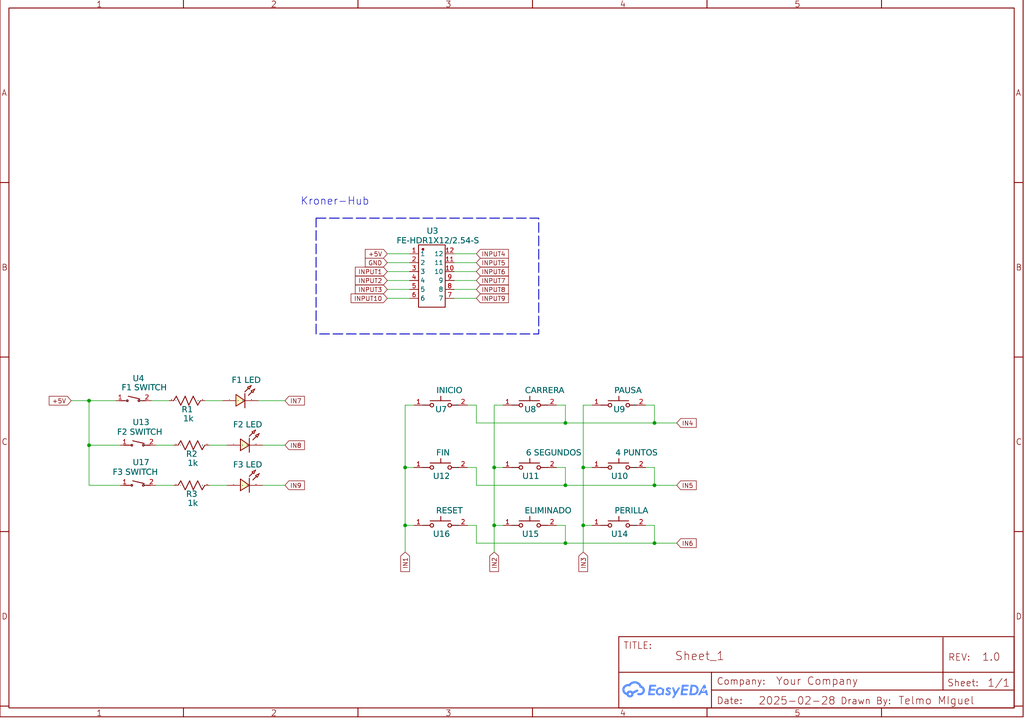
<source format=kicad_sch>
(kicad_sch (version 20250114) (generator "eeschema") (generator_version "9.0")
  (paper "User" 292.1 205.105)
  (lib_symbols
    (symbol "BUTTON2"
      (property "Reference" "U7" (at -1.4986 -0.3683 0))
      (property "Value" "INICIO" (at -1.4986 5.1181 0))
      (symbol "BUTTON2_0_0"
        (pin unspecified line (at -7.62 0 0) (length 2.54) (name "1") (number "1"))
        (pin unspecified line (at 7.62 0 180) (length 2.54) (name "2") (number "2"))
      )
    )
    (symbol "BUTTON2_1"
      (property "Reference" "U8" (at -1.4986 -0.3683 0))
      (property "Value" "CARRERA" (at -1.4986 5.1181 0))
      (symbol "BUTTON2_1_0_0"
        (pin unspecified line (at -7.62 0 0) (length 2.54) (name "1") (number "1"))
        (pin unspecified line (at 7.62 0 180) (length 2.54) (name "2") (number "2"))
      )
    )
    (symbol "BUTTON2_2"
      (property "Reference" "U9" (at -1.4986 -0.3683 0))
      (property "Value" "PAUSA" (at -1.4986 5.1181 0))
      (symbol "BUTTON2_2_0_0"
        (pin unspecified line (at -7.62 0 0) (length 2.54) (name "1") (number "1"))
        (pin unspecified line (at 7.62 0 180) (length 2.54) (name "2") (number "2"))
      )
    )
    (symbol "BUTTON2_3"
      (property "Reference" "U10" (at -2.159 -1.6383 0))
      (property "Value" "4 PUNTOS" (at -1.4986 5.1181 0))
      (symbol "BUTTON2_3_0_0"
        (pin unspecified line (at -7.62 0 0) (length 2.54) (name "1") (number "1"))
        (pin unspecified line (at 7.62 0 180) (length 2.54) (name "2") (number "2"))
      )
    )
    (symbol "BUTTON2_4"
      (property "Reference" "U11" (at -2.0828 -1.6383 0))
      (property "Value" "6 SEGUNDOS" (at -1.4986 5.1181 0))
      (symbol "BUTTON2_4_0_0"
        (pin unspecified line (at -7.62 0 0) (length 2.54) (name "1") (number "1"))
        (pin unspecified line (at 7.62 0 180) (length 2.54) (name "2") (number "2"))
      )
    )
    (symbol "BUTTON2_5"
      (property "Reference" "U12" (at -2.159 -1.6383 0))
      (property "Value" "FIN" (at -1.4986 5.1181 0))
      (symbol "BUTTON2_5_0_0"
        (pin unspecified line (at -7.62 0 0) (length 2.54) (name "1") (number "1"))
        (pin unspecified line (at 7.62 0 180) (length 2.54) (name "2") (number "2"))
      )
    )
    (symbol "BUTTON2_6"
      (property "Reference" "U15" (at -2.159 -1.6383 0))
      (property "Value" "ELIMINADO" (at -1.4986 5.1181 0))
      (symbol "BUTTON2_6_0_0"
        (pin unspecified line (at -7.62 0 0) (length 2.54) (name "1") (number "1"))
        (pin unspecified line (at 7.62 0 180) (length 2.54) (name "2") (number "2"))
      )
    )
    (symbol "BUTTON2_7"
      (property "Reference" "U16" (at -2.159 -1.6383 0))
      (property "Value" "RESET" (at -1.4986 5.1181 0))
      (symbol "BUTTON2_7_0_0"
        (pin unspecified line (at -7.62 0 0) (length 2.54) (name "1") (number "1"))
        (pin unspecified line (at 7.62 0 180) (length 2.54) (name "2") (number "2"))
      )
    )
    (symbol "BUTTON2_8"
      (property "Reference" "U14" (at -2.159 -1.6383 0))
      (property "Value" "PERILLA" (at -1.4986 5.1181 0))
      (symbol "BUTTON2_8_0_0"
        (pin unspecified line (at -7.62 0 0) (length 2.54) (name "1") (number "1"))
        (pin unspecified line (at 7.62 0 180) (length 2.54) (name "2") (number "2"))
      )
    )
    (symbol "BUTTON_C9900040040"
      (property "Reference" "U4" (at -0.2286 7.2009 0))
      (property "Value" "F1 SWITCH" (at -3.8354 4.6609 0))
      (symbol "BUTTON_C9900040040_0_0"
        (pin unspecified line (at -5.08 0 0) (length 2.54) (name "A") (number "1"))
        (pin unspecified line (at 5.08 0 180) (length 2.54) (name "B") (number "2"))
      )
    )
    (symbol "BUTTON_C9900040040_1"
      (property "Reference" "U13" (at -1.4986 7.3787 0))
      (property "Value" "F2 SWITCH" (at -6.3754 4.6609 0))
      (symbol "BUTTON_C9900040040_1_0_0"
        (pin unspecified line (at -5.08 0 0) (length 2.54) (name "A") (number "1"))
        (pin unspecified line (at 5.08 0 180) (length 2.54) (name "B") (number "2"))
      )
    )
    (symbol "BUTTON_C9900040040_2"
      (property "Reference" "U17" (at -1.4986 7.3787 0))
      (property "Value" "F3 SWITCH" (at -7.6454 4.6609 0))
      (symbol "BUTTON_C9900040040_2_0_0"
        (pin unspecified line (at -5.08 0 0) (length 2.54) (name "A") (number "1"))
        (pin unspecified line (at 5.08 0 180) (length 2.54) (name "B") (number "2"))
      )
    )
    (symbol "FE-HDR1X12/2.54-S"
      (property "Reference" "U3" (at -1.4478 13.7033 0))
      (property "Value" "FE-HDR1X12/2.54-S" (at -12.319 11.0109 0))
      (symbol "FE-HDR1X12/2.54-S_0_0"
        (pin unspecified line (at -6.35 6.35 0) (length 2.54) (name "1") (number "1"))
        (pin unspecified line (at -6.35 3.81 0) (length 2.54) (name "2") (number "2"))
        (pin unspecified line (at -6.35 1.27 0) (length 2.54) (name "3") (number "3"))
        (pin unspecified line (at -6.35 -1.27 0) (length 2.54) (name "4") (number "4"))
        (pin unspecified line (at -6.35 -3.81 0) (length 2.54) (name "5") (number "5"))
        (pin unspecified line (at -6.35 -6.35 0) (length 2.54) (name "6") (number "6"))
        (pin unspecified line (at 6.35 6.35 180) (length 2.54) (name "12") (number "12"))
        (pin unspecified line (at 6.35 3.81 180) (length 2.54) (name "11") (number "11"))
        (pin unspecified line (at 6.35 1.27 180) (length 2.54) (name "10") (number "10"))
        (pin unspecified line (at 6.35 -1.27 180) (length 2.54) (name "9") (number "9"))
        (pin unspecified line (at 6.35 -3.81 180) (length 2.54) (name "8") (number "8"))
        (pin unspecified line (at 6.35 -6.35 180) (length 2.54) (name "7") (number "7"))
      )
    )
    (symbol "LED-0603_R"
      (property "Value" "F1 LED" (at -2.9464 6.7691 0))
      (symbol "LED-0603_R_0_0"
        (pin unspecified line (at -5.08 0 0) (length 3.81) (name "1") (number "1"))
        (pin unspecified line (at 5.08 0 180) (length 3.81) (name "2") (number "2"))
      )
    )
    (symbol "LED-0603_R_1"
      (property "Value" "F2 LED" (at -3.81 6.7691 0))
      (symbol "LED-0603_R_1_0_0"
        (pin unspecified line (at -5.08 0 0) (length 3.81) (name "1") (number "1"))
        (pin unspecified line (at 5.08 0 180) (length 3.81) (name "2") (number "2"))
      )
    )
    (symbol "LED-0603_R_2"
      (property "Value" "F3 LED" (at -3.81 6.7691 0))
      (symbol "LED-0603_R_2_0_0"
        (pin unspecified line (at -5.08 0 0) (length 3.81) (name "1") (number "1"))
        (pin unspecified line (at 5.08 0 180) (length 3.81) (name "2") (number "2"))
      )
    )
    (symbol "R_0603_US"
      (property "Reference" "R1" (at -1.4986 -1.6637 0))
      (property "Value" "1k" (at -1.2446 -4.2037 0))
      (symbol "R_0603_US_0_0"
        (pin unspecified line (at -5.08 0 0) (length 1.27) (name "1") (number "1"))
        (pin unspecified line (at 5.08 0 180) (length 1.27) (name "2") (number "2"))
      )
    )
    (symbol "R_0603_US_1"
      (property "Reference" "R2" (at -1.4986 -1.6637 0))
      (property "Value" "1k" (at -1.2446 -4.2037 0))
      (symbol "R_0603_US_1_0_0"
        (pin unspecified line (at -5.08 0 0) (length 1.27) (name "1") (number "1"))
        (pin unspecified line (at 5.08 0 180) (length 1.27) (name "2") (number "2"))
      )
    )
    (symbol "R_0603_US_2"
      (property "Reference" "R3" (at -1.4986 -1.6637 0))
      (property "Value" "1k" (at -1.2446 -4.2037 0))
      (symbol "R_0603_US_2_0_0"
        (pin unspecified line (at -5.08 0 0) (length 1.27) (name "1") (number "1"))
        (pin unspecified line (at 5.08 0 180) (length 1.27) (name "2") (number "2"))
      )
    )
    (symbol "Unknown_0_-806"
      (symbol "Unknown_0_-806_0_0"
        (text "A" (at 0.381 -25.7429 0) (effects (font (size 1.6891 1.6891)) (justify left top)))
        (text "B" (at 0.381 -75.5269 0) (effects (font (size 1.6891 1.6891)) (justify left top)))
        (text "C" (at 0.381 -125.3109 0) (effects (font (size 1.6891 1.6891)) (justify left top)))
        (text "D" (at 0.381 -175.0949 0) (effects (font (size 1.6891 1.6891)) (justify left top)))
        (text "1" (at 27.432 -0.4699 0) (effects (font (size 1.6891 1.6891)) (justify left top)))
        (text "1" (at 27.432 -202.6539 0) (effects (font (size 1.6891 1.6891)) (justify left top)))
        (text "2" (at 77.216 -0.4699 0) (effects (font (size 1.6891 1.6891)) (justify left top)))
        (text "2" (at 77.216 -202.6539 0) (effects (font (size 1.6891 1.6891)) (justify left top)))
        (text "3" (at 127 -0.4699 0) (effects (font (size 1.6891 1.6891)) (justify left top)))
        (text "3" (at 127 -202.6539 0) (effects (font (size 1.6891 1.6891)) (justify left top)))
        (text "4" (at 176.784 -0.4699 0) (effects (font (size 1.6891 1.6891)) (justify left top)))
        (text "4" (at 176.784 -202.6539 0) (effects (font (size 1.6891 1.6891)) (justify left top)))
        (text "TITLE:" (at 177.7746 -183.2356 0) (effects (font (size 1.9304 1.9304)) (justify left top)))
        (text "Sheet_1" (at 192.4304 -185.928 0) (effects (font (size 2.413 2.413)) (justify left top)))
        (text "Company:" (at 204.3684 -193.4464 0) (effects (font (size 1.9304 1.9304)) (justify left top)))
        (text "Date:" (at 204.3684 -198.9836 0) (effects (font (size 1.9304 1.9304)) (justify left top)))
        (text "2025-02-28" (at 216.3064 -198.8439 0) (effects (font (size 2.1717 2.1717)) (justify left top)))
        (text "Your Company" (at 221.2848 -193.2305 0) (effects (font (size 2.1717 2.1717)) (justify left top)))
        (text "5" (at 226.568 -0.4699 0) (effects (font (size 1.6891 1.6891)) (justify left top)))
        (text "5" (at 226.568 -202.6539 0) (effects (font (size 1.6891 1.6891)) (justify left top)))
        (text "Drawn By:" (at 239.6744 -199.0344 0) (effects (font (size 1.9304 1.9304)) (justify left top)))
        (text "Telmo MIguel" (at 256.1844 -198.7931 0) (effects (font (size 2.1717 2.1717)) (justify left top)))
        (text "Sheet:" (at 270.1544 -193.9036 0) (effects (font (size 1.9304 1.9304)) (justify left top)))
        (text "REV:" (at 270.4084 -186.5884 0) (effects (font (size 1.9304 1.9304)) (justify left top)))
        (text "1.0" (at 280.0604 -186.3471 0) (effects (font (size 2.1717 2.1717)) (justify left top)))
        (text "1/1" (at 281.5844 -193.7639 0) (effects (font (size 2.1717 2.1717)) (justify left top)))
        (text "A" (at 289.687 -25.7429 0) (effects (font (size 1.6891 1.6891)) (justify left top)))
        (text "B" (at 289.687 -75.5269 0) (effects (font (size 1.6891 1.6891)) (justify left top)))
        (text "C" (at 289.687 -125.3109 0) (effects (font (size 1.6891 1.6891)) (justify left top)))
        (text "D" (at 289.687 -175.0949 0) (effects (font (size 1.6891 1.6891)) (justify left top)))
      )
    )
  )
  (rectangle (start 90.17 62.23) (end 153.67 95.25) (stroke (width 0.254) (type dash)))
  (text "Kroner-Hub" (at 105.41 56.2483 0) (effects (font (size 2.1717 2.1717)) (justify right top)))
  (junction (at 166.37 149.86))
  (junction (at 186.69 120.65))
  (junction (at 186.69 138.43))
  (junction (at 161.29 154.94))
  (junction (at 140.97 149.86))
  (junction (at 161.29 138.43))
  (junction (at 115.57 149.86))
  (junction (at 161.29 120.65))
  (junction (at 25.4 114.3))
  (junction (at 166.37 133.35))
  (junction (at 25.4 127))
  (junction (at 186.69 154.94))
  (junction (at 115.57 133.35))
  (junction (at 140.97 133.35))
  (wire (pts (xy 186.69 138.43) (xy 161.29 138.43)))
  (wire (pts (xy 161.29 154.94) (xy 135.89 154.94)))
  (wire (pts (xy 116.84 85.09) (xy 110.49 85.09)))
  (wire (pts (xy 34.29 138.43) (xy 25.4 138.43)))
  (wire (pts (xy 135.89 138.43) (xy 135.89 133.35)))
  (wire (pts (xy 158.75 133.35) (xy 161.29 133.35)))
  (wire (pts (xy 184.15 149.86) (xy 186.69 149.86)))
  (wire (pts (xy 186.69 133.35) (xy 186.69 138.43)))
  (wire (pts (xy 158.75 115.57) (xy 161.29 115.57)))
  (wire (pts (xy 193.04 138.43) (xy 186.69 138.43)))
  (wire (pts (xy 168.91 149.86) (xy 166.37 149.86)))
  (wire (pts (xy 161.29 115.57) (xy 161.29 120.65)))
  (wire (pts (xy 161.29 149.86) (xy 161.29 154.94)))
  (wire (pts (xy 135.89 154.94) (xy 135.89 149.86)))
  (wire (pts (xy 20.32 114.3) (xy 25.4 114.3)))
  (wire (pts (xy 116.84 80.01) (xy 110.49 80.01)))
  (wire (pts (xy 115.57 115.57) (xy 115.57 133.35)))
  (wire (pts (xy 118.11 133.35) (xy 115.57 133.35)))
  (wire (pts (xy 166.37 115.57) (xy 166.37 133.35)))
  (wire (pts (xy 135.89 115.57) (xy 133.35 115.57)))
  (wire (pts (xy 168.91 115.57) (xy 166.37 115.57)))
  (wire (pts (xy 129.54 77.47) (xy 135.89 77.47)))
  (wire (pts (xy 116.84 82.55) (xy 110.49 82.55)))
  (wire (pts (xy 116.84 72.39) (xy 110.49 72.39)))
  (wire (pts (xy 44.45 127) (xy 49.53 127)))
  (wire (pts (xy 118.11 115.57) (xy 115.57 115.57)))
  (wire (pts (xy 129.54 72.39) (xy 135.89 72.39)))
  (wire (pts (xy 129.54 82.55) (xy 135.89 82.55)))
  (wire (pts (xy 43.18 114.3) (xy 48.26 114.3)))
  (wire (pts (xy 64.77 138.43) (xy 59.69 138.43)))
  (wire (pts (xy 161.29 133.35) (xy 161.29 138.43)))
  (wire (pts (xy 140.97 149.86) (xy 140.97 157.48)))
  (wire (pts (xy 135.89 149.86) (xy 133.35 149.86)))
  (wire (pts (xy 143.51 149.86) (xy 140.97 149.86)))
  (wire (pts (xy 116.84 74.93) (xy 110.49 74.93)))
  (wire (pts (xy 74.93 127) (xy 81.28 127)))
  (wire (pts (xy 140.97 115.57) (xy 140.97 133.35)))
  (wire (pts (xy 115.57 149.86) (xy 115.57 157.48)))
  (wire (pts (xy 34.29 127) (xy 25.4 127)))
  (wire (pts (xy 25.4 138.43) (xy 25.4 127)))
  (wire (pts (xy 44.45 138.43) (xy 49.53 138.43)))
  (wire (pts (xy 143.51 115.57) (xy 140.97 115.57)))
  (wire (pts (xy 186.69 149.86) (xy 186.69 154.94)))
  (wire (pts (xy 184.15 115.57) (xy 186.69 115.57)))
  (wire (pts (xy 158.75 149.86) (xy 161.29 149.86)))
  (wire (pts (xy 129.54 74.93) (xy 135.89 74.93)))
  (wire (pts (xy 64.77 127) (xy 59.69 127)))
  (wire (pts (xy 143.51 133.35) (xy 140.97 133.35)))
  (wire (pts (xy 73.66 114.3) (xy 81.28 114.3)))
  (wire (pts (xy 118.11 149.86) (xy 115.57 149.86)))
  (wire (pts (xy 161.29 138.43) (xy 135.89 138.43)))
  (wire (pts (xy 74.93 138.43) (xy 81.28 138.43)))
  (wire (pts (xy 161.29 120.65) (xy 135.89 120.65)))
  (wire (pts (xy 140.97 133.35) (xy 140.97 149.86)))
  (wire (pts (xy 129.54 85.09) (xy 135.89 85.09)))
  (wire (pts (xy 186.69 120.65) (xy 161.29 120.65)))
  (wire (pts (xy 186.69 154.94) (xy 161.29 154.94)))
  (wire (pts (xy 166.37 133.35) (xy 166.37 149.86)))
  (wire (pts (xy 193.04 154.94) (xy 186.69 154.94)))
  (wire (pts (xy 116.84 77.47) (xy 110.49 77.47)))
  (wire (pts (xy 184.15 133.35) (xy 186.69 133.35)))
  (wire (pts (xy 166.37 149.86) (xy 166.37 157.48)))
  (wire (pts (xy 186.69 115.57) (xy 186.69 120.65)))
  (wire (pts (xy 25.4 127) (xy 25.4 114.3)))
  (wire (pts (xy 115.57 133.35) (xy 115.57 149.86)))
  (wire (pts (xy 129.54 80.01) (xy 135.89 80.01)))
  (wire (pts (xy 25.4 114.3) (xy 33.02 114.3)))
  (wire (pts (xy 135.89 133.35) (xy 133.35 133.35)))
  (wire (pts (xy 63.5 114.3) (xy 58.42 114.3)))
  (wire (pts (xy 193.04 120.65) (xy 186.69 120.65)))
  (wire (pts (xy 168.91 133.35) (xy 166.37 133.35)))
  (wire (pts (xy 135.89 120.65) (xy 135.89 115.57)))
  (global_label "GND" (shape input) (at 110.49 74.93 180) (property "Intersheetrefs" "${INTERSHEET_REFS}" (effects (hide yes))))
  (global_label "INPUT4" (shape input) (at 135.89 72.39 0) (property "Intersheetrefs" "${INTERSHEET_REFS}" (effects (hide yes))))
  (global_label "INPUT8" (shape input) (at 135.89 82.55 0) (property "Intersheetrefs" "${INTERSHEET_REFS}" (effects (hide yes))))
  (global_label "INPUT10" (shape input) (at 110.49 85.09 180) (property "Intersheetrefs" "${INTERSHEET_REFS}" (effects (hide yes))))
  (global_label "INPUT1" (shape input) (at 110.49 77.47 180) (property "Intersheetrefs" "${INTERSHEET_REFS}" (effects (hide yes))))
  (global_label "INPUT5" (shape input) (at 135.89 74.93 0) (property "Intersheetrefs" "${INTERSHEET_REFS}" (effects (hide yes))))
  (global_label "INPUT7" (shape input) (at 135.89 80.01 0) (property "Intersheetrefs" "${INTERSHEET_REFS}" (effects (hide yes))))
  (global_label "INPUT2" (shape input) (at 110.49 80.01 180) (property "Intersheetrefs" "${INTERSHEET_REFS}" (effects (hide yes))))
  (global_label "IN8" (shape input) (at 81.28 127 0) (property "Intersheetrefs" "${INTERSHEET_REFS}" (effects (hide yes))))
  (global_label "+5V" (shape input) (at 110.49 72.39 180) (property "Intersheetrefs" "${INTERSHEET_REFS}" (effects (hide yes))))
  (global_label "IN4" (shape input) (at 193.04 120.65 0) (property "Intersheetrefs" "${INTERSHEET_REFS}" (effects (hide yes))))
  (global_label "IN5" (shape input) (at 193.04 138.43 0) (property "Intersheetrefs" "${INTERSHEET_REFS}" (effects (hide yes))))
  (global_label "IN1" (shape input) (at 115.57 157.48 270) (property "Intersheetrefs" "${INTERSHEET_REFS}" (effects (hide yes))))
  (global_label "IN3" (shape input) (at 166.37 157.48 270) (property "Intersheetrefs" "${INTERSHEET_REFS}" (effects (hide yes))))
  (global_label "+5V" (shape input) (at 20.32 114.3 180) (property "Intersheetrefs" "${INTERSHEET_REFS}" (effects (hide yes))))
  (global_label "IN9" (shape input) (at 81.28 138.43 0) (property "Intersheetrefs" "${INTERSHEET_REFS}" (effects (hide yes))))
  (global_label "INPUT6" (shape input) (at 135.89 77.47 0) (property "Intersheetrefs" "${INTERSHEET_REFS}" (effects (hide yes))))
  (global_label "IN7" (shape input) (at 81.28 114.3 0) (property "Intersheetrefs" "${INTERSHEET_REFS}" (effects (hide yes))))
  (global_label "INPUT9" (shape input) (at 135.89 85.09 0) (property "Intersheetrefs" "${INTERSHEET_REFS}" (effects (hide yes))))
  (global_label "IN2" (shape input) (at 140.97 157.48 270) (property "Intersheetrefs" "${INTERSHEET_REFS}" (effects (hide yes))))
  (global_label "INPUT3" (shape input) (at 110.49 82.55 180) (property "Intersheetrefs" "${INTERSHEET_REFS}" (effects (hide yes))))
  (global_label "IN6" (shape input) (at 193.04 154.94 0) (property "Intersheetrefs" "${INTERSHEET_REFS}" (effects (hide yes))))
  (symbol (lib_id "LED-0603_R_2") (at 69.85 138.43 0) (unit 0)
    (property "Reference" "LED3" (effects (hide yes)))
    (property "Value" "F3 LED" (at 66.04 131.6609 0) (effects (font (size 1.6891 1.6891)) (justify left top)))
    (property "Manufacturer Part" "19-217/R6C-AL1M2VY/3T" (effects (hide yes)))
    (property "Manufacturer" "EVERLIGHT(台湾亿光)" (effects (hide yes)))
    (property "Supplier Part" "C72044" (effects (hide yes)))
    (property "Supplier" "LCSC" (effects (hide yes)))
  )
  (symbol (lib_id "BUTTON2") (at 125.73 115.57 0) (unit 0)
    (property "Reference" "U7" (at 124.2314 115.9383 0) (effects (font (size 1.6891 1.6891)) (justify left top)))
    (property "Value" "INICIO" (at 124.2314 110.4519 0) (effects (font (size 1.6891 1.6891)) (justify left top)))
    (property "Manufacturer Part" "BUTTON2" (effects (hide yes)))
    (property "Manufacturer" "null" (effects (hide yes)))
    (property "Supplier Part" "C9900005988" (effects (hide yes)))
    (property "Supplier" "LCSC" (effects (hide yes)))
  )
  (symbol (lib_id "R_0603_US_1") (at 54.61 127 0) (unit 0)
    (property "Reference" "R2" (at 53.1114 128.6637 0) (effects (font (size 1.6891 1.6891)) (justify left top)))
    (property "Value" "1k" (at 53.3654 131.2037 0) (effects (font (size 1.6891 1.6891)) (justify left top)))
  )
  (symbol (lib_id "BUTTON2_8") (at 176.53 149.86 0) (unit 0)
    (property "Reference" "U14" (at 174.371 151.4983 0) (effects (font (size 1.6891 1.6891)) (justify left top)))
    (property "Value" "PERILLA" (at 175.0314 144.7419 0) (effects (font (size 1.6891 1.6891)) (justify left top)))
    (property "Manufacturer Part" "BUTTON2" (effects (hide yes)))
    (property "Manufacturer" "null" (effects (hide yes)))
    (property "Supplier Part" "C9900005988" (effects (hide yes)))
    (property "Supplier" "LCSC" (effects (hide yes)))
  )
  (symbol (lib_id "BUTTON2_3") (at 176.53 133.35 0) (unit 0)
    (property "Reference" "U10" (at 174.371 134.9883 0) (effects (font (size 1.6891 1.6891)) (justify left top)))
    (property "Value" "4 PUNTOS" (at 175.0314 128.2319 0) (effects (font (size 1.6891 1.6891)) (justify left top)))
    (property "Manufacturer Part" "BUTTON2" (effects (hide yes)))
    (property "Manufacturer" "null" (effects (hide yes)))
    (property "Supplier Part" "C9900005988" (effects (hide yes)))
    (property "Supplier" "LCSC" (effects (hide yes)))
  )
  (symbol (lib_id "LED-0603_R") (at 68.58 114.3 0) (unit 0)
    (property "Reference" "LED1" (effects (hide yes)))
    (property "Value" "F1 LED" (at 65.6336 107.5309 0) (effects (font (size 1.6891 1.6891)) (justify left top)))
    (property "Manufacturer Part" "19-217/R6C-AL1M2VY/3T" (effects (hide yes)))
    (property "Manufacturer" "EVERLIGHT(台湾亿光)" (effects (hide yes)))
    (property "Supplier Part" "C72044" (effects (hide yes)))
    (property "Supplier" "LCSC" (effects (hide yes)))
  )
  (symbol (lib_id "BUTTON2_5") (at 125.73 133.35 0) (unit 0)
    (property "Reference" "U12" (at 123.571 134.9883 0) (effects (font (size 1.6891 1.6891)) (justify left top)))
    (property "Value" "FIN" (at 124.2314 128.2319 0) (effects (font (size 1.6891 1.6891)) (justify left top)))
    (property "Manufacturer Part" "BUTTON2" (effects (hide yes)))
    (property "Manufacturer" "null" (effects (hide yes)))
    (property "Supplier Part" "C9900005988" (effects (hide yes)))
    (property "Supplier" "LCSC" (effects (hide yes)))
  )
  (symbol (lib_id "BUTTON_C9900040040") (at 38.1 114.3 0) (unit 0)
    (property "Reference" "U4" (at 37.8714 107.0991 0) (effects (font (size 1.6891 1.6891)) (justify left top)))
    (property "Value" "F1 SWITCH" (at 34.2646 109.6391 0) (effects (font (size 1.6891 1.6891)) (justify left top)))
    (property "Manufacturer Part" "BUTTON" (effects (hide yes)))
    (property "Manufacturer" "null" (effects (hide yes)))
    (property "Supplier Part" "C9900040040" (effects (hide yes)))
    (property "Supplier" "LCSC" (effects (hide yes)))
  )
  (symbol (lib_id "BUTTON2_1") (at 151.13 115.57 0) (unit 0)
    (property "Reference" "U8" (at 149.6314 115.9383 0) (effects (font (size 1.6891 1.6891)) (justify left top)))
    (property "Value" "CARRERA" (at 149.6314 110.4519 0) (effects (font (size 1.6891 1.6891)) (justify left top)))
    (property "Manufacturer Part" "BUTTON2" (effects (hide yes)))
    (property "Manufacturer" "null" (effects (hide yes)))
    (property "Supplier Part" "C9900005988" (effects (hide yes)))
    (property "Supplier" "LCSC" (effects (hide yes)))
  )
  (symbol (lib_id "R_0603_US_2") (at 54.61 138.43 0) (unit 0)
    (property "Reference" "R3" (at 53.1114 140.0937 0) (effects (font (size 1.6891 1.6891)) (justify left top)))
    (property "Value" "1k" (at 53.3654 142.6337 0) (effects (font (size 1.6891 1.6891)) (justify left top)))
  )
  (symbol (lib_id "BUTTON2_6") (at 151.13 149.86 0) (unit 0)
    (property "Reference" "U15" (at 148.971 151.4983 0) (effects (font (size 1.6891 1.6891)) (justify left top)))
    (property "Value" "ELIMINADO" (at 149.6314 144.7419 0) (effects (font (size 1.6891 1.6891)) (justify left top)))
    (property "Manufacturer Part" "BUTTON2" (effects (hide yes)))
    (property "Manufacturer" "null" (effects (hide yes)))
    (property "Supplier Part" "C9900005988" (effects (hide yes)))
    (property "Supplier" "LCSC" (effects (hide yes)))
  )
  (symbol (lib_id "R_0603_US") (at 53.34 114.3 0) (unit 0)
    (property "Reference" "R1" (at 51.8414 115.9637 0) (effects (font (size 1.6891 1.6891)) (justify left top)))
    (property "Value" "1k" (at 52.0954 118.5037 0) (effects (font (size 1.6891 1.6891)) (justify left top)))
  )
  (symbol (lib_id "FE-HDR1X12/2.54-S") (at 123.19 78.74 0) (unit 0)
    (property "Reference" "U3" (at 121.7422 65.0367 0) (effects (font (size 1.6891 1.6891)) (justify left top)))
    (property "Value" "FE-HDR1X12/2.54-S" (at 110.871 67.7291 0) (effects (font (size 1.6891 1.6891)) (justify left top)))
    (property "Manufacturer Part" "Fe-HDR1X12/2.54-S" (effects (hide yes)))
    (property "Manufacturer" "null" (effects (hide yes)))
    (property "Supplier Part" "C9900013702" (effects (hide yes)))
    (property "Supplier" "LCSC" (effects (hide yes)))
  )
  (symbol (lib_id "BUTTON2_2") (at 176.53 115.57 0) (unit 0)
    (property "Reference" "U9" (at 175.0314 115.9383 0) (effects (font (size 1.6891 1.6891)) (justify left top)))
    (property "Value" "PAUSA" (at 175.0314 110.4519 0) (effects (font (size 1.6891 1.6891)) (justify left top)))
    (property "Manufacturer Part" "BUTTON2" (effects (hide yes)))
    (property "Manufacturer" "null" (effects (hide yes)))
    (property "Supplier Part" "C9900005988" (effects (hide yes)))
    (property "Supplier" "LCSC" (effects (hide yes)))
  )
  (symbol (lib_id "Unknown_0_-806") (at 0 -0.254 0) (unit 0)
    (property "Reference" "A" (effects (hide yes)))
    (property "Value" "A" (effects (hide yes)))
    (property "Manufacturer Part" "?" (effects (hide yes)))
  )
  (symbol (lib_id "BUTTON_C9900040040_1") (at 39.37 127 0) (unit 0)
    (property "Reference" "U13" (at 37.8714 119.6213 0) (effects (font (size 1.6891 1.6891)) (justify left top)))
    (property "Value" "F2 SWITCH" (at 32.9946 122.3391 0) (effects (font (size 1.6891 1.6891)) (justify left top)))
    (property "Manufacturer Part" "BUTTON" (effects (hide yes)))
    (property "Manufacturer" "null" (effects (hide yes)))
    (property "Supplier Part" "C9900040040" (effects (hide yes)))
    (property "Supplier" "LCSC" (effects (hide yes)))
  )
  (symbol (lib_id "BUTTON_C9900040040_2") (at 39.37 138.43 0) (unit 0)
    (property "Reference" "U17" (at 37.8714 131.0513 0) (effects (font (size 1.6891 1.6891)) (justify left top)))
    (property "Value" "F3 SWITCH" (at 31.7246 133.7691 0) (effects (font (size 1.6891 1.6891)) (justify left top)))
    (property "Manufacturer Part" "BUTTON" (effects (hide yes)))
    (property "Manufacturer" "null" (effects (hide yes)))
    (property "Supplier Part" "C9900040040" (effects (hide yes)))
    (property "Supplier" "LCSC" (effects (hide yes)))
  )
  (symbol (lib_id "LED-0603_R_1") (at 69.85 127 0) (unit 0)
    (property "Reference" "LED2" (effects (hide yes)))
    (property "Value" "F2 LED" (at 66.04 120.2309 0) (effects (font (size 1.6891 1.6891)) (justify left top)))
    (property "Manufacturer Part" "19-217/R6C-AL1M2VY/3T" (effects (hide yes)))
    (property "Manufacturer" "EVERLIGHT(台湾亿光)" (effects (hide yes)))
    (property "Supplier Part" "C72044" (effects (hide yes)))
    (property "Supplier" "LCSC" (effects (hide yes)))
  )
  (symbol (lib_id "BUTTON2_4") (at 151.13 133.35 0) (unit 0)
    (property "Reference" "U11" (at 149.0472 134.9883 0) (effects (font (size 1.6891 1.6891)) (justify left top)))
    (property "Value" "6 SEGUNDOS" (at 149.6314 128.2319 0) (effects (font (size 1.6891 1.6891)) (justify left top)))
    (property "Manufacturer Part" "BUTTON2" (effects (hide yes)))
    (property "Manufacturer" "null" (effects (hide yes)))
    (property "Supplier Part" "C9900005988" (effects (hide yes)))
    (property "Supplier" "LCSC" (effects (hide yes)))
  )
  (symbol (lib_id "BUTTON2_7") (at 125.73 149.86 0) (unit 0)
    (property "Reference" "U16" (at 123.571 151.4983 0) (effects (font (size 1.6891 1.6891)) (justify left top)))
    (property "Value" "RESET" (at 124.2314 144.7419 0) (effects (font (size 1.6891 1.6891)) (justify left top)))
    (property "Manufacturer Part" "BUTTON2" (effects (hide yes)))
    (property "Manufacturer" "null" (effects (hide yes)))
    (property "Supplier Part" "C9900005988" (effects (hide yes)))
    (property "Supplier" "LCSC" (effects (hide yes)))
  )
)
</source>
